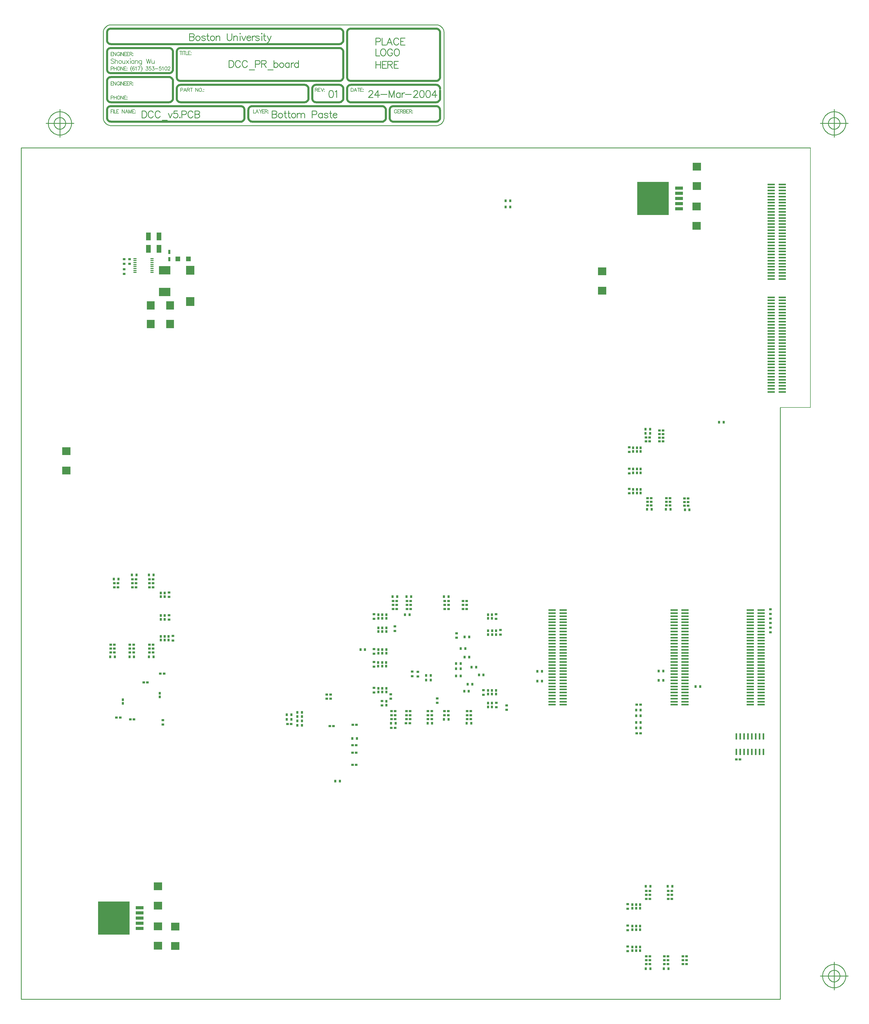
<source format=gbp>
%FSLAX24Y24*%
%MOIN*%
G70*
G01*
G75*
%ADD10R,0.0787X0.0709*%
%ADD11R,0.1063X0.0236*%
%ADD12C,0.0220*%
%ADD13C,0.0220*%
%ADD14R,0.0315X0.0354*%
%ADD15C,0.0157*%
%ADD16R,0.0118X0.0591*%
%ADD17C,0.0177*%
%ADD18R,0.0118X0.0591*%
%ADD19R,0.0591X0.0118*%
%ADD20C,0.0230*%
%ADD21R,0.0591X0.0118*%
%ADD22R,0.1063X0.0236*%
%ADD23R,0.0787X0.0157*%
%ADD24R,0.0157X0.0787*%
%ADD25R,0.0354X0.0315*%
%ADD26R,0.0366X0.0291*%
%ADD27R,0.0291X0.0366*%
%ADD28R,0.0701X0.0165*%
%ADD29R,0.0701X0.0165*%
%ADD30R,0.0413X0.0177*%
%ADD31R,0.0315X0.0354*%
%ADD32C,0.0100*%
%ADD33C,0.0060*%
%ADD34C,0.0220*%
%ADD35C,0.0500*%
%ADD36C,0.0120*%
%ADD37C,0.0080*%
%ADD38C,0.0200*%
%ADD39C,0.0250*%
%ADD40C,0.0090*%
%ADD41C,0.0050*%
%ADD42C,0.0500*%
%ADD43C,0.0270*%
%ADD44C,0.0720*%
%ADD45C,0.0200*%
%ADD46C,0.2165*%
%ADD47C,0.2165*%
%ADD48C,0.0750*%
%ADD49C,0.0591*%
%ADD50C,0.0250*%
%ADD51C,0.0240*%
%ADD52C,0.0256*%
%ADD53R,0.1000X0.0420*%
%ADD54R,0.4100X0.4250*%
%ADD55R,0.0945X0.0236*%
%ADD56R,0.1063X0.1004*%
%ADD57R,0.0240X0.0800*%
%ADD58R,0.0600X0.1000*%
%ADD59R,0.0600X0.0600*%
%ADD60R,0.1004X0.1063*%
%ADD61R,0.0256X0.0531*%
%ADD62R,0.1500X0.1100*%
%ADD63R,0.1100X0.1150*%
%ADD64C,0.0400*%
%ADD65C,0.0150*%
%ADD66R,1.2992X2.7953*%
%ADD67R,0.5276X0.2087*%
%ADD68R,0.3110X0.1890*%
%ADD69R,0.0700X0.4200*%
%ADD70R,0.1200X0.0420*%
%ADD71R,0.1000X0.0500*%
%ADD72R,1.6600X1.3550*%
%ADD73R,0.1500X0.1950*%
%ADD74R,0.0950X0.0400*%
%ADD75R,0.0600X0.1250*%
%ADD76R,0.2250X0.1100*%
%ADD77R,0.3850X0.4850*%
%ADD78R,0.0500X0.1100*%
%ADD79R,0.3600X0.4000*%
%ADD80R,1.2450X0.8500*%
%ADD81R,0.1400X0.2750*%
%ADD82R,0.3110X0.1890*%
%ADD83R,0.3071X0.2047*%
%ADD84R,1.5551X1.5472*%
%ADD85R,0.1050X0.1000*%
%ADD86R,0.1000X0.1000*%
%ADD87R,1.7100X1.7400*%
%ADD88C,0.0079*%
D14*
X102504Y56623D02*
D03*
X103095D02*
D03*
X125755Y49923D02*
D03*
X126346D02*
D03*
X113595Y55973D02*
D03*
X113004D02*
D03*
X113595Y57223D02*
D03*
X113004D02*
D03*
X106045Y56773D02*
D03*
X105454D02*
D03*
X103095Y57573D02*
D03*
X102504D02*
D03*
X105095Y57773D02*
D03*
X104504D02*
D03*
X103095Y58223D02*
D03*
X102504D02*
D03*
X104195Y59073D02*
D03*
X103604D02*
D03*
X103695Y60173D02*
D03*
X103104D02*
D03*
X104145Y54673D02*
D03*
X103554D02*
D03*
X104595Y55573D02*
D03*
X104004D02*
D03*
X126346Y52223D02*
D03*
X125755D02*
D03*
X58431Y59096D02*
D03*
X57841D02*
D03*
X63431Y69647D02*
D03*
X62841D02*
D03*
X130203Y78112D02*
D03*
X129612D02*
D03*
X129848Y29490D02*
D03*
X130439D02*
D03*
X90745Y60023D02*
D03*
X90154D02*
D03*
X101542Y66852D02*
D03*
X100951D02*
D03*
X96108D02*
D03*
X96699D02*
D03*
X60321Y59096D02*
D03*
X60912D02*
D03*
X60636Y69647D02*
D03*
X61227D02*
D03*
X103864Y50514D02*
D03*
X104455D02*
D03*
X132644Y78073D02*
D03*
X132053D02*
D03*
X129337Y18860D02*
D03*
X129927D02*
D03*
X94297Y66852D02*
D03*
X94888D02*
D03*
X126975Y87915D02*
D03*
X127565D02*
D03*
X62841Y59096D02*
D03*
X63431D02*
D03*
X99416Y50514D02*
D03*
X98825D02*
D03*
X58904Y69136D02*
D03*
X58313D02*
D03*
X94101Y50514D02*
D03*
X94691D02*
D03*
X101542Y51025D02*
D03*
X100951D02*
D03*
X103604Y61673D02*
D03*
X104195D02*
D03*
X129258Y56065D02*
D03*
X128667D02*
D03*
X82605Y50829D02*
D03*
X82014D02*
D03*
X82014Y50277D02*
D03*
X82605D02*
D03*
X98628Y56104D02*
D03*
X99219D02*
D03*
X80636Y51025D02*
D03*
X81227D02*
D03*
X82605Y51931D02*
D03*
X82014D02*
D03*
X82014Y51380D02*
D03*
X82605D02*
D03*
X89691Y48545D02*
D03*
X89101D02*
D03*
X99219Y56695D02*
D03*
X98628D02*
D03*
X87486Y43073D02*
D03*
X86896D02*
D03*
X81227Y51616D02*
D03*
X80636D02*
D03*
X127171Y78112D02*
D03*
X127762D02*
D03*
X126347Y51498D02*
D03*
X125756D02*
D03*
X126347Y50614D02*
D03*
X125756D02*
D03*
X137053Y89372D02*
D03*
X136463D02*
D03*
X126975Y88466D02*
D03*
X127565D02*
D03*
X134022Y55277D02*
D03*
X133431D02*
D03*
X96495Y64523D02*
D03*
X95904D02*
D03*
X127604Y29490D02*
D03*
X127014D02*
D03*
X127014Y18860D02*
D03*
X127604D02*
D03*
X129258Y57246D02*
D03*
X128667D02*
D03*
X108904Y117128D02*
D03*
X109494D02*
D03*
X108904Y117915D02*
D03*
X109494D02*
D03*
D25*
X106025Y54793D02*
D03*
Y54202D02*
D03*
X109025Y52253D02*
D03*
Y52844D02*
D03*
X100075Y53744D02*
D03*
X124671Y21124D02*
D03*
Y21714D02*
D03*
X124868Y80179D02*
D03*
Y80769D02*
D03*
X65428Y66817D02*
D03*
Y67408D02*
D03*
X108225Y61968D02*
D03*
Y62559D02*
D03*
X124671Y27187D02*
D03*
Y26596D02*
D03*
X91916Y55100D02*
D03*
Y54510D02*
D03*
X64625Y50943D02*
D03*
Y50352D02*
D03*
X107703Y52581D02*
D03*
Y53171D02*
D03*
X65931Y61793D02*
D03*
Y61203D02*
D03*
X91916Y64588D02*
D03*
Y63998D02*
D03*
X92939Y53407D02*
D03*
Y52817D02*
D03*
X107664Y64588D02*
D03*
Y63998D02*
D03*
X91916Y59510D02*
D03*
Y60100D02*
D03*
X124868Y86124D02*
D03*
Y85533D02*
D03*
Y83368D02*
D03*
Y82777D02*
D03*
X65419Y63880D02*
D03*
Y64470D02*
D03*
X91900Y58417D02*
D03*
Y57827D02*
D03*
X102575Y62144D02*
D03*
Y61553D02*
D03*
X100075Y53153D02*
D03*
X143097Y64037D02*
D03*
Y63447D02*
D03*
X94081Y54273D02*
D03*
Y53683D02*
D03*
X97585Y56577D02*
D03*
Y57167D02*
D03*
X96831Y56602D02*
D03*
Y57192D02*
D03*
X143097Y62856D02*
D03*
Y62266D02*
D03*
Y65218D02*
D03*
Y64628D02*
D03*
X94593Y63013D02*
D03*
Y62423D02*
D03*
X124671Y23840D02*
D03*
Y24431D02*
D03*
X60325Y110394D02*
D03*
Y109803D02*
D03*
X59625Y110394D02*
D03*
Y109803D02*
D03*
Y109094D02*
D03*
Y108503D02*
D03*
D26*
X126325Y52923D02*
D03*
X125849D02*
D03*
X126325Y49223D02*
D03*
X125849D02*
D03*
X101486Y52088D02*
D03*
X101010D02*
D03*
X64317Y56928D02*
D03*
X64794D02*
D03*
X62896Y60159D02*
D03*
X63372D02*
D03*
X62896Y69096D02*
D03*
X63372D02*
D03*
X60380Y60671D02*
D03*
X60856D02*
D03*
X101486Y51577D02*
D03*
X101010D02*
D03*
X61171Y68073D02*
D03*
X60695D02*
D03*
X128762Y86892D02*
D03*
X129238D02*
D03*
X59125Y51273D02*
D03*
X58649D02*
D03*
X96168Y65277D02*
D03*
X96644D02*
D03*
X98884Y52088D02*
D03*
X99360D02*
D03*
X127227Y79569D02*
D03*
X127703D02*
D03*
X63372Y59647D02*
D03*
X62896D02*
D03*
X129668Y78624D02*
D03*
X130144D02*
D03*
X60916Y51025D02*
D03*
X60439D02*
D03*
X127506Y87403D02*
D03*
X127030D02*
D03*
X129908Y28899D02*
D03*
X130384D02*
D03*
X94353Y65277D02*
D03*
X94829D02*
D03*
X129908Y27876D02*
D03*
X130384D02*
D03*
X101526Y65789D02*
D03*
X101049D02*
D03*
X129908Y28388D02*
D03*
X130384D02*
D03*
X60695Y68584D02*
D03*
X61171D02*
D03*
X60380Y60159D02*
D03*
X60856D02*
D03*
X57896Y59647D02*
D03*
X58372D02*
D03*
X63372Y68584D02*
D03*
X62896D02*
D03*
X58849Y68073D02*
D03*
X58372D02*
D03*
X127703Y78624D02*
D03*
X127227D02*
D03*
X103923Y51065D02*
D03*
X104400D02*
D03*
X96644Y66301D02*
D03*
X96168D02*
D03*
X103862Y66297D02*
D03*
X103386D02*
D03*
X58372Y60159D02*
D03*
X57896D02*
D03*
X58849Y68584D02*
D03*
X58372D02*
D03*
X132467Y78584D02*
D03*
X131990D02*
D03*
X128762Y88309D02*
D03*
X129238D02*
D03*
X57896Y60671D02*
D03*
X58372D02*
D03*
X127703Y79096D02*
D03*
X127227D02*
D03*
X131990Y79529D02*
D03*
X132467D02*
D03*
X63372Y68073D02*
D03*
X62896D02*
D03*
Y60671D02*
D03*
X63372D02*
D03*
X130144Y79569D02*
D03*
X129668D02*
D03*
Y79096D02*
D03*
X130144D02*
D03*
X127506Y86892D02*
D03*
X127030D02*
D03*
X139163Y45868D02*
D03*
X138687D02*
D03*
X129396Y20474D02*
D03*
X129872D02*
D03*
X101049Y66301D02*
D03*
X101526D02*
D03*
X94353D02*
D03*
X94829D02*
D03*
X89128Y45177D02*
D03*
X89604D02*
D03*
X127073Y28388D02*
D03*
X127549D02*
D03*
X101049Y65277D02*
D03*
X101526D02*
D03*
X99360Y51065D02*
D03*
X98884D02*
D03*
X132467Y79057D02*
D03*
X131990D02*
D03*
X127069Y19451D02*
D03*
X127545D02*
D03*
X94632Y51577D02*
D03*
X94156D02*
D03*
X129872Y19451D02*
D03*
X129396D02*
D03*
X60856Y59647D02*
D03*
X60380D02*
D03*
X62170Y55788D02*
D03*
X62646D02*
D03*
X60695Y69096D02*
D03*
X61171D02*
D03*
X96644Y65789D02*
D03*
X96168D02*
D03*
X103923Y51577D02*
D03*
X104400D02*
D03*
X103386Y65273D02*
D03*
X103862D02*
D03*
Y65785D02*
D03*
X103386D02*
D03*
X96565Y51577D02*
D03*
X96089D02*
D03*
X103923Y52088D02*
D03*
X104400D02*
D03*
X128762Y87836D02*
D03*
X129238D02*
D03*
X99360Y51577D02*
D03*
X98884D02*
D03*
X96089Y52088D02*
D03*
X96565D02*
D03*
Y51065D02*
D03*
X96089D02*
D03*
X94829Y65789D02*
D03*
X94353D02*
D03*
X86286Y53703D02*
D03*
X85809D02*
D03*
X89597Y46734D02*
D03*
X89120D02*
D03*
X94632Y52088D02*
D03*
X94156D02*
D03*
Y51065D02*
D03*
X94632D02*
D03*
X132270Y19962D02*
D03*
X131793D02*
D03*
X127069Y20474D02*
D03*
X127545D02*
D03*
X132270D02*
D03*
X131793D02*
D03*
X127069Y19962D02*
D03*
X127545D02*
D03*
X89120Y47679D02*
D03*
X89597D02*
D03*
X89636Y50317D02*
D03*
X89160D02*
D03*
X85809Y54214D02*
D03*
X86286D02*
D03*
X127549Y27876D02*
D03*
X127073D02*
D03*
X129238Y87364D02*
D03*
X128762D02*
D03*
X131793Y19451D02*
D03*
X132270D02*
D03*
X127549Y28899D02*
D03*
X127073D02*
D03*
X129396Y19962D02*
D03*
X129872D02*
D03*
X81207Y50435D02*
D03*
X80731D02*
D03*
X86685Y50173D02*
D03*
X86209D02*
D03*
X96049Y50514D02*
D03*
X96526D02*
D03*
X94149Y49923D02*
D03*
X94625D02*
D03*
D27*
X92467Y60041D02*
D03*
Y59565D02*
D03*
X126325Y82836D02*
D03*
Y83313D02*
D03*
X125853D02*
D03*
Y82836D02*
D03*
X126285Y21179D02*
D03*
Y21655D02*
D03*
X125380Y82836D02*
D03*
Y83313D02*
D03*
X64868Y64411D02*
D03*
Y63935D02*
D03*
X125853Y85592D02*
D03*
Y86069D02*
D03*
Y80234D02*
D03*
Y80710D02*
D03*
X107152Y64057D02*
D03*
Y64533D02*
D03*
Y53112D02*
D03*
Y52636D02*
D03*
X93490Y64533D02*
D03*
Y64057D02*
D03*
X125380Y80710D02*
D03*
Y80234D02*
D03*
X93490Y53352D02*
D03*
Y52876D02*
D03*
X92979Y59565D02*
D03*
Y60041D02*
D03*
X92467Y62360D02*
D03*
Y62836D02*
D03*
X107664Y54769D02*
D03*
Y54293D02*
D03*
X107674Y62450D02*
D03*
Y61973D02*
D03*
X106640Y54769D02*
D03*
Y54293D02*
D03*
X64356Y63935D02*
D03*
Y64411D02*
D03*
X125774Y27128D02*
D03*
Y26651D02*
D03*
X125262D02*
D03*
Y27128D02*
D03*
X64356Y61262D02*
D03*
Y61738D02*
D03*
X59475Y53097D02*
D03*
Y53573D02*
D03*
X106640Y64057D02*
D03*
Y64533D02*
D03*
Y53112D02*
D03*
Y52636D02*
D03*
X93490Y59565D02*
D03*
Y60041D02*
D03*
X92979Y64057D02*
D03*
Y64533D02*
D03*
X126325Y80234D02*
D03*
Y80710D02*
D03*
X64356Y67325D02*
D03*
Y66848D02*
D03*
X64868Y61738D02*
D03*
Y61262D02*
D03*
X125262Y21179D02*
D03*
Y21655D02*
D03*
X126325Y85592D02*
D03*
Y86069D02*
D03*
X125774Y21179D02*
D03*
Y21655D02*
D03*
X92451Y58362D02*
D03*
Y57886D02*
D03*
X93490Y55041D02*
D03*
Y54565D02*
D03*
X92979Y62360D02*
D03*
Y62836D02*
D03*
X107152Y54293D02*
D03*
Y54769D02*
D03*
X93490Y62360D02*
D03*
Y62836D02*
D03*
X93475Y57886D02*
D03*
Y58362D02*
D03*
X92963Y57886D02*
D03*
Y58362D02*
D03*
X65380Y61738D02*
D03*
Y61262D02*
D03*
X64868Y67325D02*
D03*
Y66848D02*
D03*
X64225Y53923D02*
D03*
Y54399D02*
D03*
X125380Y85592D02*
D03*
Y86069D02*
D03*
X126285Y26651D02*
D03*
Y27128D02*
D03*
X107162Y62450D02*
D03*
Y61973D02*
D03*
X106650D02*
D03*
Y62450D02*
D03*
X92979Y55041D02*
D03*
Y54565D02*
D03*
X92467Y64533D02*
D03*
Y64057D02*
D03*
X125774Y23895D02*
D03*
Y24372D02*
D03*
X92467Y55041D02*
D03*
Y54565D02*
D03*
X126285Y23895D02*
D03*
Y24372D02*
D03*
X125262D02*
D03*
Y23895D02*
D03*
D30*
X61040Y108682D02*
D03*
Y108938D02*
D03*
Y109193D02*
D03*
Y109449D02*
D03*
Y109705D02*
D03*
Y109961D02*
D03*
Y110217D02*
D03*
Y110473D02*
D03*
X63225Y108682D02*
D03*
Y108938D02*
D03*
Y109193D02*
D03*
Y109449D02*
D03*
Y109705D02*
D03*
Y109961D02*
D03*
Y110217D02*
D03*
Y110473D02*
D03*
D32*
X52075Y127923D02*
X52068Y128023D01*
X52048Y128121D01*
X52015Y128216D01*
X51970Y128305D01*
X51914Y128388D01*
X51846Y128462D01*
X51770Y128527D01*
X51685Y128581D01*
X51595Y128623D01*
X51499Y128653D01*
X51400Y128669D01*
X51300Y128673D01*
X51200Y128663D01*
X51103Y128639D01*
X51009Y128603D01*
X50921Y128555D01*
X50841Y128496D01*
X50769Y128426D01*
X50707Y128347D01*
X50656Y128261D01*
X50616Y128169D01*
X50590Y128072D01*
X50577Y127973D01*
Y127873D01*
X50590Y127774D01*
X50616Y127677D01*
X50656Y127585D01*
X50707Y127499D01*
X50769Y127420D01*
X50841Y127350D01*
X50921Y127291D01*
X51009Y127243D01*
X51103Y127207D01*
X51200Y127183D01*
X51300Y127173D01*
X51400Y127177D01*
X51499Y127193D01*
X51595Y127223D01*
X51685Y127265D01*
X51770Y127319D01*
X51846Y127384D01*
X51914Y127458D01*
X51970Y127541D01*
X52015Y127630D01*
X52048Y127725D01*
X52068Y127823D01*
X52075Y127923D01*
X52825D02*
X52822Y128023D01*
X52812Y128123D01*
X52795Y128222D01*
X52772Y128319D01*
X52742Y128415D01*
X52706Y128509D01*
X52664Y128600D01*
X52616Y128687D01*
X52562Y128772D01*
X52502Y128853D01*
X52437Y128929D01*
X52368Y129001D01*
X52293Y129069D01*
X52215Y129131D01*
X52132Y129187D01*
X52046Y129238D01*
X51956Y129284D01*
X51864Y129323D01*
X51769Y129356D01*
X51673Y129382D01*
X51574Y129402D01*
X51475Y129416D01*
X51375Y129422D01*
X51275D01*
X51175Y129416D01*
X51076Y129402D01*
X50977Y129382D01*
X50881Y129356D01*
X50786Y129323D01*
X50694Y129284D01*
X50604Y129238D01*
X50518Y129187D01*
X50435Y129131D01*
X50357Y129069D01*
X50282Y129001D01*
X50213Y128929D01*
X50148Y128853D01*
X50088Y128772D01*
X50034Y128687D01*
X49986Y128600D01*
X49944Y128509D01*
X49908Y128415D01*
X49878Y128319D01*
X49855Y128222D01*
X49838Y128123D01*
X49828Y128023D01*
X49825Y127923D01*
X49828Y127823D01*
X49838Y127723D01*
X49855Y127624D01*
X49878Y127527D01*
X49908Y127431D01*
X49944Y127337D01*
X49986Y127247D01*
X50034Y127159D01*
X50088Y127074D01*
X50148Y126993D01*
X50213Y126917D01*
X50282Y126845D01*
X50357Y126778D01*
X50435Y126715D01*
X50518Y126659D01*
X50604Y126608D01*
X50694Y126562D01*
X50786Y126523D01*
X50881Y126490D01*
X50977Y126464D01*
X51076Y126444D01*
X51175Y126431D01*
X51275Y126424D01*
X51375D01*
X51475Y126431D01*
X51574Y126444D01*
X51673Y126464D01*
X51769Y126490D01*
X51864Y126523D01*
X51956Y126562D01*
X52046Y126608D01*
X52132Y126659D01*
X52215Y126715D01*
X52293Y126778D01*
X52368Y126845D01*
X52437Y126917D01*
X52502Y126993D01*
X52562Y127074D01*
X52616Y127159D01*
X52664Y127247D01*
X52706Y127337D01*
X52742Y127431D01*
X52772Y127527D01*
X52795Y127624D01*
X52812Y127723D01*
X52822Y127823D01*
X52825Y127923D01*
X152075Y127923D02*
X152068Y128023D01*
X152048Y128121D01*
X152015Y128216D01*
X151970Y128305D01*
X151914Y128388D01*
X151846Y128462D01*
X151770Y128527D01*
X151685Y128581D01*
X151595Y128623D01*
X151499Y128653D01*
X151400Y128669D01*
X151300Y128673D01*
X151200Y128663D01*
X151103Y128639D01*
X151009Y128603D01*
X150921Y128555D01*
X150841Y128496D01*
X150769Y128426D01*
X150707Y128347D01*
X150656Y128261D01*
X150617Y128169D01*
X150590Y128072D01*
X150577Y127973D01*
Y127873D01*
X150590Y127774D01*
X150617Y127677D01*
X150656Y127585D01*
X150707Y127499D01*
X150769Y127420D01*
X150841Y127350D01*
X150921Y127291D01*
X151009Y127243D01*
X151103Y127207D01*
X151200Y127183D01*
X151300Y127173D01*
X151400Y127177D01*
X151499Y127193D01*
X151595Y127223D01*
X151685Y127265D01*
X151770Y127319D01*
X151846Y127384D01*
X151914Y127458D01*
X151970Y127541D01*
X152015Y127630D01*
X152048Y127725D01*
X152068Y127823D01*
X152075Y127923D01*
X152825D02*
X152822Y128023D01*
X152812Y128123D01*
X152795Y128222D01*
X152772Y128319D01*
X152742Y128415D01*
X152706Y128509D01*
X152664Y128600D01*
X152616Y128687D01*
X152562Y128772D01*
X152502Y128853D01*
X152437Y128929D01*
X152368Y129001D01*
X152293Y129069D01*
X152215Y129131D01*
X152132Y129187D01*
X152046Y129238D01*
X151956Y129284D01*
X151864Y129323D01*
X151769Y129356D01*
X151673Y129382D01*
X151574Y129402D01*
X151475Y129416D01*
X151375Y129422D01*
X151275D01*
X151175Y129416D01*
X151076Y129402D01*
X150977Y129382D01*
X150881Y129356D01*
X150786Y129323D01*
X150694Y129284D01*
X150604Y129238D01*
X150518Y129187D01*
X150435Y129131D01*
X150357Y129069D01*
X150282Y129001D01*
X150213Y128929D01*
X150148Y128853D01*
X150088Y128772D01*
X150034Y128687D01*
X149986Y128600D01*
X149944Y128509D01*
X149908Y128415D01*
X149878Y128319D01*
X149855Y128222D01*
X149838Y128123D01*
X149828Y128023D01*
X149825Y127923D01*
X149828Y127823D01*
X149838Y127723D01*
X149855Y127624D01*
X149878Y127527D01*
X149908Y127431D01*
X149944Y127337D01*
X149986Y127247D01*
X150034Y127159D01*
X150088Y127074D01*
X150148Y126993D01*
X150213Y126917D01*
X150282Y126845D01*
X150357Y126778D01*
X150435Y126715D01*
X150518Y126659D01*
X150604Y126608D01*
X150694Y126562D01*
X150786Y126523D01*
X150881Y126490D01*
X150977Y126464D01*
X151076Y126444D01*
X151175Y126431D01*
X151275Y126424D01*
X151375D01*
X151475Y126431D01*
X151574Y126444D01*
X151673Y126464D01*
X151769Y126490D01*
X151864Y126523D01*
X151956Y126562D01*
X152046Y126608D01*
X152132Y126659D01*
X152215Y126715D01*
X152293Y126778D01*
X152368Y126845D01*
X152437Y126917D01*
X152502Y126993D01*
X152562Y127074D01*
X152616Y127159D01*
X152664Y127247D01*
X152706Y127337D01*
X152742Y127431D01*
X152772Y127527D01*
X152795Y127624D01*
X152812Y127723D01*
X152822Y127823D01*
X152825Y127923D01*
X152075Y17923D02*
X152068Y18023D01*
X152048Y18121D01*
X152015Y18216D01*
X151970Y18305D01*
X151914Y18388D01*
X151846Y18462D01*
X151770Y18527D01*
X151685Y18581D01*
X151595Y18623D01*
X151499Y18653D01*
X151400Y18669D01*
X151300Y18673D01*
X151200Y18663D01*
X151103Y18639D01*
X151009Y18603D01*
X150921Y18555D01*
X150841Y18496D01*
X150769Y18426D01*
X150707Y18347D01*
X150656Y18261D01*
X150617Y18169D01*
X150590Y18072D01*
X150577Y17973D01*
Y17873D01*
X150590Y17774D01*
X150617Y17677D01*
X150656Y17585D01*
X150707Y17499D01*
X150769Y17420D01*
X150841Y17350D01*
X150921Y17291D01*
X151009Y17243D01*
X151103Y17207D01*
X151200Y17183D01*
X151300Y17173D01*
X151400Y17177D01*
X151499Y17193D01*
X151595Y17223D01*
X151685Y17265D01*
X151770Y17319D01*
X151846Y17384D01*
X151914Y17458D01*
X151970Y17541D01*
X152015Y17630D01*
X152048Y17725D01*
X152068Y17823D01*
X152075Y17923D01*
X152825D02*
X152822Y18023D01*
X152812Y18123D01*
X152795Y18222D01*
X152772Y18319D01*
X152742Y18415D01*
X152706Y18509D01*
X152664Y18600D01*
X152616Y18687D01*
X152562Y18772D01*
X152502Y18853D01*
X152437Y18929D01*
X152368Y19001D01*
X152293Y19069D01*
X152215Y19131D01*
X152132Y19187D01*
X152046Y19238D01*
X151956Y19284D01*
X151864Y19323D01*
X151769Y19356D01*
X151673Y19382D01*
X151574Y19402D01*
X151475Y19416D01*
X151375Y19422D01*
X151275D01*
X151175Y19416D01*
X151076Y19402D01*
X150977Y19382D01*
X150881Y19356D01*
X150786Y19323D01*
X150694Y19284D01*
X150604Y19238D01*
X150518Y19187D01*
X150435Y19131D01*
X150357Y19069D01*
X150282Y19001D01*
X150213Y18929D01*
X150148Y18853D01*
X150088Y18772D01*
X150034Y18687D01*
X149986Y18600D01*
X149944Y18509D01*
X149908Y18415D01*
X149878Y18319D01*
X149855Y18222D01*
X149838Y18123D01*
X149828Y18023D01*
X149825Y17923D01*
X149828Y17823D01*
X149838Y17723D01*
X149855Y17624D01*
X149878Y17527D01*
X149908Y17431D01*
X149944Y17337D01*
X149986Y17247D01*
X150034Y17159D01*
X150088Y17074D01*
X150148Y16993D01*
X150213Y16917D01*
X150282Y16845D01*
X150357Y16778D01*
X150435Y16715D01*
X150518Y16659D01*
X150604Y16608D01*
X150694Y16562D01*
X150786Y16523D01*
X150881Y16490D01*
X150977Y16464D01*
X151076Y16444D01*
X151175Y16431D01*
X151275Y16424D01*
X151375D01*
X151475Y16431D01*
X151574Y16444D01*
X151673Y16464D01*
X151769Y16490D01*
X151864Y16523D01*
X151956Y16562D01*
X152046Y16608D01*
X152132Y16659D01*
X152215Y16715D01*
X152293Y16778D01*
X152368Y16845D01*
X152437Y16917D01*
X152502Y16993D01*
X152562Y17074D01*
X152616Y17159D01*
X152664Y17247D01*
X152706Y17337D01*
X152742Y17431D01*
X152772Y17527D01*
X152795Y17624D01*
X152812Y17723D01*
X152822Y17823D01*
X152825Y17923D01*
X51325Y126123D02*
Y129723D01*
X49525Y127923D02*
X53125D01*
X151325Y126123D02*
Y129723D01*
X149525Y127923D02*
X153125D01*
X151325Y16123D02*
Y19723D01*
X149525Y17923D02*
X153125D01*
X46325Y14923D02*
Y124766D01*
X148254D01*
X46325Y14923D02*
X144356D01*
Y91262D01*
X57929Y140636D02*
X57831Y140631D01*
X57734Y140616D01*
X57639Y140593D01*
X57547Y140560D01*
X57458Y140518D01*
X57374Y140467D01*
X57295Y140409D01*
X57222Y140343D01*
X57156Y140270D01*
X57098Y140191D01*
X57047Y140107D01*
X57005Y140018D01*
X56972Y139926D01*
X56949Y139831D01*
X56934Y139734D01*
X56929Y139636D01*
X100929D02*
X100925Y139734D01*
X100910Y139831D01*
X100886Y139926D01*
X100853Y140018D01*
X100811Y140107D01*
X100761Y140191D01*
X100702Y140270D01*
X100636Y140343D01*
X100564Y140409D01*
X100485Y140467D01*
X100401Y140518D01*
X100312Y140560D01*
X100220Y140593D01*
X100124Y140616D01*
X100027Y140631D01*
X99929Y140636D01*
Y127636D02*
X100027Y127640D01*
X100124Y127655D01*
X100220Y127679D01*
X100312Y127712D01*
X100401Y127754D01*
X100485Y127804D01*
X100564Y127863D01*
X100636Y127929D01*
X100702Y128001D01*
X100761Y128080D01*
X100811Y128164D01*
X100853Y128253D01*
X100886Y128345D01*
X100910Y128441D01*
X100925Y128538D01*
X100929Y128636D01*
X56929Y128646D02*
X56934Y128548D01*
X56948Y128451D01*
X56972Y128356D01*
X57005Y128263D01*
X57046Y128174D01*
X57096Y128090D01*
X57154Y128011D01*
X57219Y127938D01*
X57291Y127871D01*
X57369Y127812D01*
X57453Y127761D01*
X57541Y127718D01*
X57632Y127683D01*
X57727Y127658D01*
X57824Y127642D01*
X57922Y127636D01*
X56929Y128636D02*
Y139636D01*
X100929Y128636D02*
Y139636D01*
X57929Y140636D02*
X99929D01*
X57929Y127636D02*
X99929D01*
D37*
X144356Y91262D02*
X148254D01*
Y124766D01*
X58329Y136150D02*
X58272Y136207D01*
X58186Y136236D01*
X58072D01*
X57986Y136207D01*
X57929Y136150D01*
Y136093D01*
X57958Y136036D01*
X57986Y136007D01*
X58044Y135978D01*
X58215Y135921D01*
X58272Y135893D01*
X58301Y135864D01*
X58329Y135807D01*
Y135721D01*
X58272Y135664D01*
X58186Y135636D01*
X58072D01*
X57986Y135664D01*
X57929Y135721D01*
X58464Y136236D02*
Y135636D01*
Y135921D02*
X58549Y136007D01*
X58606Y136036D01*
X58692D01*
X58749Y136007D01*
X58778Y135921D01*
Y135636D01*
X59078Y136036D02*
X59021Y136007D01*
X58963Y135950D01*
X58935Y135864D01*
Y135807D01*
X58963Y135721D01*
X59021Y135664D01*
X59078Y135636D01*
X59163D01*
X59220Y135664D01*
X59278Y135721D01*
X59306Y135807D01*
Y135864D01*
X59278Y135950D01*
X59220Y136007D01*
X59163Y136036D01*
X59078D01*
X59438D02*
Y135750D01*
X59466Y135664D01*
X59523Y135636D01*
X59609D01*
X59666Y135664D01*
X59752Y135750D01*
Y136036D02*
Y135636D01*
X59909Y136036D02*
X60223Y135636D01*
Y136036D02*
X59909Y135636D01*
X60406Y136236D02*
X60435Y136207D01*
X60463Y136236D01*
X60435Y136264D01*
X60406Y136236D01*
X60435Y136036D02*
Y135636D01*
X60912Y136036D02*
Y135636D01*
Y135950D02*
X60854Y136007D01*
X60797Y136036D01*
X60712D01*
X60654Y136007D01*
X60597Y135950D01*
X60569Y135864D01*
Y135807D01*
X60597Y135721D01*
X60654Y135664D01*
X60712Y135636D01*
X60797D01*
X60854Y135664D01*
X60912Y135721D01*
X61072Y136036D02*
Y135636D01*
Y135921D02*
X61157Y136007D01*
X61214Y136036D01*
X61300D01*
X61357Y136007D01*
X61386Y135921D01*
Y135636D01*
X61886Y136036D02*
Y135578D01*
X61857Y135493D01*
X61828Y135464D01*
X61771Y135436D01*
X61686D01*
X61629Y135464D01*
X61886Y135950D02*
X61828Y136007D01*
X61771Y136036D01*
X61686D01*
X61629Y136007D01*
X61571Y135950D01*
X61543Y135864D01*
Y135807D01*
X61571Y135721D01*
X61629Y135664D01*
X61686Y135636D01*
X61771D01*
X61828Y135664D01*
X61886Y135721D01*
X62517Y136236D02*
X62660Y135636D01*
X62803Y136236D02*
X62660Y135636D01*
X62803Y136236D02*
X62945Y135636D01*
X63088Y136236D02*
X62945Y135636D01*
X63208Y136036D02*
Y135750D01*
X63237Y135664D01*
X63294Y135636D01*
X63380D01*
X63437Y135664D01*
X63522Y135750D01*
Y136036D02*
Y135636D01*
D39*
X57929Y140136D02*
X57832Y140126D01*
X57738Y140098D01*
X57652Y140051D01*
X57576Y139989D01*
X57514Y139913D01*
X57467Y139827D01*
X57439Y139733D01*
X57429Y139636D01*
Y138636D02*
X57439Y138538D01*
X57467Y138444D01*
X57514Y138358D01*
X57576Y138282D01*
X57652Y138220D01*
X57738Y138174D01*
X57832Y138145D01*
X57929Y138136D01*
X75179Y129636D02*
X75170Y129733D01*
X75141Y129827D01*
X75095Y129913D01*
X75033Y129989D01*
X74957Y130051D01*
X74871Y130098D01*
X74777Y130126D01*
X74679Y130136D01*
X74691Y128136D02*
X74788Y128144D01*
X74881Y128171D01*
X74967Y128217D01*
X75042Y128279D01*
X75103Y128355D01*
X75147Y128442D01*
X75173Y128535D01*
X75179Y128632D01*
X76179Y130136D02*
X76082Y130126D01*
X75988Y130098D01*
X75902Y130051D01*
X75826Y129989D01*
X75764Y129913D01*
X75717Y129827D01*
X75689Y129733D01*
X75679Y129636D01*
Y128636D02*
X75689Y128539D01*
X75717Y128446D01*
X75762Y128361D01*
X75823Y128285D01*
X75897Y128223D01*
X75982Y128176D01*
X76074Y128147D01*
X76171Y128136D01*
X93429Y129636D02*
X93420Y129733D01*
X93391Y129827D01*
X93345Y129913D01*
X93283Y129989D01*
X93207Y130051D01*
X93121Y130098D01*
X93027Y130126D01*
X92929Y130136D01*
X92941Y128136D02*
X93038Y128144D01*
X93131Y128171D01*
X93217Y128217D01*
X93292Y128279D01*
X93353Y128355D01*
X93397Y128442D01*
X93423Y128535D01*
X93429Y128632D01*
X93929Y128626D02*
X93939Y128529D01*
X93967Y128436D01*
X94014Y128351D01*
X94076Y128276D01*
X94152Y128215D01*
X94238Y128171D01*
X94331Y128144D01*
X94428Y128136D01*
X94429Y130136D02*
X94332Y130126D01*
X94238Y130098D01*
X94152Y130051D01*
X94076Y129989D01*
X94014Y129913D01*
X93967Y129827D01*
X93939Y129733D01*
X93929Y129636D01*
X65929Y137146D02*
X65920Y137241D01*
X65892Y137333D01*
X65847Y137418D01*
X65786Y137492D01*
X65712Y137553D01*
X65627Y137598D01*
X65535Y137626D01*
X65439Y137636D01*
X65449Y134386D02*
X65543Y134395D01*
X65633Y134422D01*
X65716Y134467D01*
X65789Y134526D01*
X65848Y134599D01*
X65893Y134682D01*
X65920Y134772D01*
X65929Y134866D01*
Y133396D02*
X65919Y133493D01*
X65890Y133587D01*
X65843Y133673D01*
X65780Y133748D01*
X65703Y133809D01*
X65615Y133853D01*
X65520Y133879D01*
X65422Y133885D01*
X66429Y133876D02*
X66439Y133780D01*
X66467Y133688D01*
X66512Y133603D01*
X66573Y133529D01*
X66647Y133468D01*
X66732Y133423D01*
X66824Y133395D01*
X66919Y133386D01*
X66429Y131126D02*
X66439Y131030D01*
X66467Y130938D01*
X66512Y130853D01*
X66573Y130779D01*
X66647Y130718D01*
X66732Y130673D01*
X66824Y130645D01*
X66919Y130636D01*
X65439D02*
X65535Y130645D01*
X65627Y130673D01*
X65712Y130718D01*
X65786Y130779D01*
X65847Y130853D01*
X65892Y130938D01*
X65920Y131030D01*
X65929Y131126D01*
X83429Y132396D02*
X83420Y132491D01*
X83392Y132583D01*
X83347Y132668D01*
X83286Y132742D01*
X83212Y132803D01*
X83127Y132848D01*
X83035Y132876D01*
X82939Y132886D01*
Y130636D02*
X83036Y130645D01*
X83129Y130674D01*
X83214Y130720D01*
X83289Y130782D01*
X83350Y130858D01*
X83394Y130944D01*
X83421Y131037D01*
X83429Y131134D01*
X83929Y131146D02*
X83939Y131047D01*
X83967Y130953D01*
X84013Y130865D01*
X84076Y130788D01*
X84151Y130725D01*
X84238Y130677D01*
X84332Y130647D01*
X84430Y130636D01*
X84409Y132886D02*
X84313Y132876D01*
X84220Y132847D01*
X84135Y132799D01*
X84061Y132736D01*
X84002Y132659D01*
X83959Y132572D01*
X83935Y132478D01*
X83930Y132381D01*
X66929Y132886D02*
X66832Y132876D01*
X66738Y132848D01*
X66652Y132801D01*
X66576Y132739D01*
X66514Y132663D01*
X66467Y132577D01*
X66439Y132483D01*
X66429Y132386D01*
X66929Y137636D02*
X66832Y137626D01*
X66738Y137598D01*
X66652Y137551D01*
X66576Y137489D01*
X66514Y137413D01*
X66467Y137327D01*
X66439Y137233D01*
X66429Y137136D01*
X57429Y131136D02*
X57439Y131039D01*
X57467Y130946D01*
X57512Y130861D01*
X57573Y130785D01*
X57647Y130723D01*
X57732Y130676D01*
X57824Y130647D01*
X57921Y130636D01*
X57929Y133886D02*
X57832Y133876D01*
X57738Y133848D01*
X57652Y133801D01*
X57576Y133739D01*
X57514Y133663D01*
X57467Y133577D01*
X57439Y133483D01*
X57429Y133386D01*
Y134886D02*
X57439Y134788D01*
X57467Y134694D01*
X57514Y134608D01*
X57576Y134532D01*
X57652Y134470D01*
X57738Y134424D01*
X57832Y134395D01*
X57929Y134386D01*
Y137636D02*
X57832Y137626D01*
X57738Y137598D01*
X57652Y137551D01*
X57576Y137489D01*
X57514Y137413D01*
X57467Y137327D01*
X57439Y137233D01*
X57429Y137136D01*
X87929Y139636D02*
X87920Y139733D01*
X87891Y139827D01*
X87845Y139913D01*
X87783Y139989D01*
X87707Y140051D01*
X87621Y140098D01*
X87527Y140126D01*
X87429Y140136D01*
X88929D02*
X88832Y140126D01*
X88738Y140098D01*
X88652Y140051D01*
X88576Y139989D01*
X88514Y139913D01*
X88467Y139827D01*
X88439Y139733D01*
X88429Y139636D01*
X87429Y138136D02*
X87527Y138145D01*
X87621Y138174D01*
X87707Y138220D01*
X87783Y138282D01*
X87845Y138358D01*
X87891Y138444D01*
X87920Y138538D01*
X87929Y138636D01*
Y137136D02*
X87920Y137233D01*
X87891Y137327D01*
X87845Y137413D01*
X87783Y137489D01*
X87707Y137551D01*
X87621Y137598D01*
X87527Y137626D01*
X87429Y137636D01*
X57929Y130136D02*
X57832Y130126D01*
X57738Y130098D01*
X57652Y130051D01*
X57576Y129989D01*
X57514Y129913D01*
X57467Y129827D01*
X57439Y129733D01*
X57429Y129636D01*
X87438Y133386D02*
X87534Y133397D01*
X87627Y133426D01*
X87712Y133473D01*
X87786Y133535D01*
X87847Y133611D01*
X87892Y133696D01*
X87920Y133789D01*
X87929Y133886D01*
X57429Y128636D02*
X57439Y128539D01*
X57467Y128446D01*
X57512Y128361D01*
X57573Y128285D01*
X57647Y128223D01*
X57732Y128176D01*
X57824Y128147D01*
X57921Y128136D01*
X87929Y132396D02*
X87920Y132491D01*
X87892Y132583D01*
X87847Y132668D01*
X87786Y132742D01*
X87712Y132803D01*
X87627Y132848D01*
X87535Y132876D01*
X87439Y132886D01*
X88429Y131126D02*
X88439Y131029D01*
X88467Y130936D01*
X88514Y130851D01*
X88576Y130776D01*
X88652Y130715D01*
X88738Y130671D01*
X88831Y130644D01*
X88928Y130636D01*
X87429Y130636D02*
X87527Y130645D01*
X87621Y130674D01*
X87707Y130720D01*
X87783Y130782D01*
X87845Y130858D01*
X87891Y130944D01*
X87920Y131038D01*
X87929Y131136D01*
X99929Y128136D02*
X100027Y128145D01*
X100121Y128174D01*
X100207Y128220D01*
X100283Y128282D01*
X100345Y128358D01*
X100391Y128444D01*
X100420Y128538D01*
X100429Y128636D01*
X100429Y129644D02*
X100418Y129741D01*
X100389Y129833D01*
X100342Y129918D01*
X100280Y129992D01*
X100204Y130053D01*
X100119Y130098D01*
X100026Y130126D01*
X99929Y130136D01*
Y130636D02*
X100027Y130645D01*
X100121Y130674D01*
X100207Y130720D01*
X100283Y130782D01*
X100345Y130858D01*
X100391Y130944D01*
X100420Y131038D01*
X100429Y131136D01*
Y139646D02*
X100419Y139743D01*
X100390Y139837D01*
X100343Y139923D01*
X100280Y139998D01*
X100203Y140059D01*
X100115Y140103D01*
X100020Y140129D01*
X99922Y140135D01*
X88429Y133886D02*
X88439Y133788D01*
X88467Y133694D01*
X88514Y133608D01*
X88576Y133532D01*
X88652Y133470D01*
X88738Y133424D01*
X88832Y133395D01*
X88929Y133386D01*
X99929D02*
X100027Y133395D01*
X100121Y133424D01*
X100207Y133470D01*
X100283Y133532D01*
X100345Y133608D01*
X100391Y133694D01*
X100420Y133788D01*
X100429Y133886D01*
X88929Y132886D02*
X88832Y132876D01*
X88738Y132848D01*
X88652Y132801D01*
X88576Y132739D01*
X88514Y132663D01*
X88467Y132577D01*
X88439Y132483D01*
X88429Y132386D01*
X100429Y132396D02*
X100420Y132491D01*
X100392Y132583D01*
X100347Y132668D01*
X100286Y132742D01*
X100212Y132803D01*
X100127Y132848D01*
X100035Y132876D01*
X99939Y132886D01*
X57429Y138636D02*
Y139636D01*
X88429Y131136D02*
Y132386D01*
X100429Y133886D02*
Y139636D01*
X88429Y133886D02*
Y139636D01*
X57429Y128636D02*
Y129636D01*
X100429Y131136D02*
Y132136D01*
Y128636D02*
Y129636D01*
X87929Y131136D02*
Y132386D01*
X83929Y131136D02*
Y132386D01*
X66429Y131136D02*
Y132386D01*
X83429Y131136D02*
Y132386D01*
X66429Y133886D02*
Y137136D01*
X87929Y133886D02*
Y137136D01*
Y138636D02*
Y139636D01*
X65929Y134886D02*
Y137136D01*
X57429Y134886D02*
Y137136D01*
X65929Y131136D02*
Y133386D01*
X57429Y131136D02*
Y133386D01*
X93929Y128636D02*
Y129636D01*
X93429Y128636D02*
Y129636D01*
X75679Y128636D02*
Y129636D01*
X75179Y128636D02*
Y129636D01*
X88929Y132886D02*
X99929D01*
X88929Y133386D02*
X99929D01*
X66929D02*
X87429D01*
X88929Y140136D02*
X99929D01*
X88929Y130636D02*
X99929D01*
X84429Y132886D02*
X87429D01*
X84429Y130636D02*
X87429D01*
X66929D02*
X82929D01*
X66929Y132886D02*
X82929D01*
X66929Y137636D02*
X87429D01*
X57929Y138136D02*
X87429D01*
X57929Y137636D02*
X65429D01*
X57929Y134386D02*
X65429D01*
X57929Y133886D02*
X65429D01*
X57929Y130636D02*
X65429D01*
X57929Y140136D02*
X87429D01*
X94429Y130136D02*
X99929D01*
X94429Y128136D02*
X99929D01*
X76179Y130136D02*
X92929D01*
X57929D02*
X74679D01*
X57929Y128136D02*
X74679D01*
X76179D02*
X92929D01*
D40*
X73179Y136035D02*
Y135136D01*
Y136035D02*
X73479D01*
X73608Y135993D01*
X73694Y135907D01*
X73736Y135821D01*
X73779Y135693D01*
Y135478D01*
X73736Y135350D01*
X73694Y135264D01*
X73608Y135178D01*
X73479Y135136D01*
X73179D01*
X74623Y135821D02*
X74580Y135907D01*
X74495Y135993D01*
X74409Y136035D01*
X74238D01*
X74152Y135993D01*
X74066Y135907D01*
X74023Y135821D01*
X73981Y135693D01*
Y135478D01*
X74023Y135350D01*
X74066Y135264D01*
X74152Y135178D01*
X74238Y135136D01*
X74409D01*
X74495Y135178D01*
X74580Y135264D01*
X74623Y135350D01*
X75519Y135821D02*
X75476Y135907D01*
X75390Y135993D01*
X75305Y136035D01*
X75133D01*
X75047Y135993D01*
X74962Y135907D01*
X74919Y135821D01*
X74876Y135693D01*
Y135478D01*
X74919Y135350D01*
X74962Y135264D01*
X75047Y135178D01*
X75133Y135136D01*
X75305D01*
X75390Y135178D01*
X75476Y135264D01*
X75519Y135350D01*
X75772Y134836D02*
X76457D01*
X76573Y135564D02*
X76959D01*
X77087Y135607D01*
X77130Y135650D01*
X77173Y135736D01*
Y135864D01*
X77130Y135950D01*
X77087Y135993D01*
X76959Y136035D01*
X76573D01*
Y135136D01*
X77374Y136035D02*
Y135136D01*
Y136035D02*
X77760D01*
X77888Y135993D01*
X77931Y135950D01*
X77974Y135864D01*
Y135778D01*
X77931Y135693D01*
X77888Y135650D01*
X77760Y135607D01*
X77374D01*
X77674D02*
X77974Y135136D01*
X78175Y134836D02*
X78861D01*
X78977Y136035D02*
Y135136D01*
Y135607D02*
X79062Y135693D01*
X79148Y135736D01*
X79277D01*
X79362Y135693D01*
X79448Y135607D01*
X79491Y135478D01*
Y135393D01*
X79448Y135264D01*
X79362Y135178D01*
X79277Y135136D01*
X79148D01*
X79062Y135178D01*
X78977Y135264D01*
X79898Y135736D02*
X79812Y135693D01*
X79727Y135607D01*
X79684Y135478D01*
Y135393D01*
X79727Y135264D01*
X79812Y135178D01*
X79898Y135136D01*
X80026D01*
X80112Y135178D01*
X80198Y135264D01*
X80241Y135393D01*
Y135478D01*
X80198Y135607D01*
X80112Y135693D01*
X80026Y135736D01*
X79898D01*
X80952D02*
Y135136D01*
Y135607D02*
X80866Y135693D01*
X80781Y135736D01*
X80652D01*
X80566Y135693D01*
X80481Y135607D01*
X80438Y135478D01*
Y135393D01*
X80481Y135264D01*
X80566Y135178D01*
X80652Y135136D01*
X80781D01*
X80866Y135178D01*
X80952Y135264D01*
X81192Y135736D02*
Y135136D01*
Y135478D02*
X81235Y135607D01*
X81320Y135693D01*
X81406Y135736D01*
X81535D01*
X82130Y136035D02*
Y135136D01*
Y135607D02*
X82045Y135693D01*
X81959Y135736D01*
X81830D01*
X81745Y135693D01*
X81659Y135607D01*
X81616Y135478D01*
Y135393D01*
X81659Y135264D01*
X81745Y135178D01*
X81830Y135136D01*
X81959D01*
X82045Y135178D01*
X82130Y135264D01*
X91222Y131946D02*
Y131989D01*
X91265Y132075D01*
X91308Y132118D01*
X91394Y132160D01*
X91565D01*
X91651Y132118D01*
X91694Y132075D01*
X91736Y131989D01*
Y131903D01*
X91694Y131818D01*
X91608Y131689D01*
X91179Y131261D01*
X91779D01*
X92409Y132160D02*
X91981Y131561D01*
X92623D01*
X92409Y132160D02*
Y131261D01*
X92782Y131646D02*
X93553D01*
X93819Y132160D02*
Y131261D01*
Y132160D02*
X94162Y131261D01*
X94504Y132160D02*
X94162Y131261D01*
X94504Y132160D02*
Y131261D01*
X95276Y131861D02*
Y131261D01*
Y131732D02*
X95190Y131818D01*
X95104Y131861D01*
X94976D01*
X94890Y131818D01*
X94804Y131732D01*
X94761Y131603D01*
Y131518D01*
X94804Y131389D01*
X94890Y131303D01*
X94976Y131261D01*
X95104D01*
X95190Y131303D01*
X95276Y131389D01*
X95516Y131861D02*
Y131261D01*
Y131603D02*
X95558Y131732D01*
X95644Y131818D01*
X95730Y131861D01*
X95858D01*
X95940Y131646D02*
X96711D01*
X97020Y131946D02*
Y131989D01*
X97062Y132075D01*
X97105Y132118D01*
X97191Y132160D01*
X97362D01*
X97448Y132118D01*
X97491Y132075D01*
X97534Y131989D01*
Y131903D01*
X97491Y131818D01*
X97405Y131689D01*
X96977Y131261D01*
X97577D01*
X98035Y132160D02*
X97906Y132118D01*
X97821Y131989D01*
X97778Y131775D01*
Y131646D01*
X97821Y131432D01*
X97906Y131303D01*
X98035Y131261D01*
X98121D01*
X98249Y131303D01*
X98335Y131432D01*
X98378Y131646D01*
Y131775D01*
X98335Y131989D01*
X98249Y132118D01*
X98121Y132160D01*
X98035D01*
X98836D02*
X98708Y132118D01*
X98622Y131989D01*
X98579Y131775D01*
Y131646D01*
X98622Y131432D01*
X98708Y131303D01*
X98836Y131261D01*
X98922D01*
X99051Y131303D01*
X99136Y131432D01*
X99179Y131646D01*
Y131775D01*
X99136Y131989D01*
X99051Y132118D01*
X98922Y132160D01*
X98836D01*
X99809D02*
X99380Y131561D01*
X100023D01*
X99809Y132160D02*
Y131261D01*
X92129Y135935D02*
Y135036D01*
X92729Y135935D02*
Y135036D01*
X92129Y135507D02*
X92729D01*
X93535Y135935D02*
X92978D01*
Y135036D01*
X93535D01*
X92978Y135507D02*
X93321D01*
X93685Y135935D02*
Y135036D01*
Y135935D02*
X94070D01*
X94199Y135893D01*
X94242Y135850D01*
X94285Y135764D01*
Y135678D01*
X94242Y135593D01*
X94199Y135550D01*
X94070Y135507D01*
X93685D01*
X93985D02*
X94285Y135036D01*
X95043Y135935D02*
X94486D01*
Y135036D01*
X95043D01*
X94486Y135507D02*
X94829D01*
X92129Y137535D02*
Y136636D01*
X92644D01*
X92999Y137535D02*
X92913Y137493D01*
X92828Y137407D01*
X92785Y137321D01*
X92742Y137193D01*
Y136978D01*
X92785Y136850D01*
X92828Y136764D01*
X92913Y136678D01*
X92999Y136636D01*
X93171D01*
X93256Y136678D01*
X93342Y136764D01*
X93385Y136850D01*
X93428Y136978D01*
Y137193D01*
X93385Y137321D01*
X93342Y137407D01*
X93256Y137493D01*
X93171Y137535D01*
X92999D01*
X94280Y137321D02*
X94237Y137407D01*
X94152Y137493D01*
X94066Y137535D01*
X93895D01*
X93809Y137493D01*
X93723Y137407D01*
X93680Y137321D01*
X93638Y137193D01*
Y136978D01*
X93680Y136850D01*
X93723Y136764D01*
X93809Y136678D01*
X93895Y136636D01*
X94066D01*
X94152Y136678D01*
X94237Y136764D01*
X94280Y136850D01*
Y136978D01*
X94066D02*
X94280D01*
X94743Y137535D02*
X94657Y137493D01*
X94572Y137407D01*
X94529Y137321D01*
X94486Y137193D01*
Y136978D01*
X94529Y136850D01*
X94572Y136764D01*
X94657Y136678D01*
X94743Y136636D01*
X94914D01*
X95000Y136678D01*
X95086Y136764D01*
X95129Y136850D01*
X95172Y136978D01*
Y137193D01*
X95129Y137321D01*
X95086Y137407D01*
X95000Y137493D01*
X94914Y137535D01*
X94743D01*
X92129Y138464D02*
X92515D01*
X92644Y138507D01*
X92686Y138550D01*
X92729Y138636D01*
Y138764D01*
X92686Y138850D01*
X92644Y138893D01*
X92515Y138935D01*
X92129D01*
Y138036D01*
X92931Y138935D02*
Y138036D01*
X93445D01*
X94229D02*
X93886Y138935D01*
X93543Y138036D01*
X93672Y138336D02*
X94100D01*
X95082Y138721D02*
X95039Y138807D01*
X94953Y138893D01*
X94867Y138935D01*
X94696D01*
X94610Y138893D01*
X94525Y138807D01*
X94482Y138721D01*
X94439Y138593D01*
Y138378D01*
X94482Y138250D01*
X94525Y138164D01*
X94610Y138078D01*
X94696Y138036D01*
X94867D01*
X94953Y138078D01*
X95039Y138164D01*
X95082Y138250D01*
X95891Y138935D02*
X95334D01*
Y138036D01*
X95891D01*
X95334Y138507D02*
X95677D01*
X86311Y132160D02*
X86183Y132118D01*
X86097Y131989D01*
X86054Y131775D01*
Y131646D01*
X86097Y131432D01*
X86183Y131303D01*
X86311Y131261D01*
X86397D01*
X86526Y131303D01*
X86611Y131432D01*
X86654Y131646D01*
Y131775D01*
X86611Y131989D01*
X86526Y132118D01*
X86397Y132160D01*
X86311D01*
X86856Y131989D02*
X86941Y132032D01*
X87070Y132160D01*
Y131261D01*
X78729Y129535D02*
Y128636D01*
Y129535D02*
X79115D01*
X79244Y129493D01*
X79286Y129450D01*
X79329Y129364D01*
Y129278D01*
X79286Y129193D01*
X79244Y129150D01*
X79115Y129107D01*
X78729D02*
X79115D01*
X79244Y129064D01*
X79286Y129021D01*
X79329Y128936D01*
Y128807D01*
X79286Y128721D01*
X79244Y128678D01*
X79115Y128636D01*
X78729D01*
X79745Y129235D02*
X79659Y129193D01*
X79573Y129107D01*
X79531Y128978D01*
Y128893D01*
X79573Y128764D01*
X79659Y128678D01*
X79745Y128636D01*
X79873D01*
X79959Y128678D01*
X80045Y128764D01*
X80088Y128893D01*
Y128978D01*
X80045Y129107D01*
X79959Y129193D01*
X79873Y129235D01*
X79745D01*
X80413Y129535D02*
Y128807D01*
X80456Y128678D01*
X80542Y128636D01*
X80627D01*
X80285Y129235D02*
X80585D01*
X80885Y129535D02*
Y128807D01*
X80927Y128678D01*
X81013Y128636D01*
X81099D01*
X80756Y129235D02*
X81056D01*
X81442D02*
X81356Y129193D01*
X81270Y129107D01*
X81227Y128978D01*
Y128893D01*
X81270Y128764D01*
X81356Y128678D01*
X81442Y128636D01*
X81570D01*
X81656Y128678D01*
X81742Y128764D01*
X81784Y128893D01*
Y128978D01*
X81742Y129107D01*
X81656Y129193D01*
X81570Y129235D01*
X81442D01*
X81981D02*
Y128636D01*
Y129064D02*
X82110Y129193D01*
X82196Y129235D01*
X82324D01*
X82410Y129193D01*
X82453Y129064D01*
Y128636D01*
Y129064D02*
X82581Y129193D01*
X82667Y129235D01*
X82796D01*
X82881Y129193D01*
X82924Y129064D01*
Y128636D01*
X83914Y129064D02*
X84300D01*
X84428Y129107D01*
X84471Y129150D01*
X84514Y129235D01*
Y129364D01*
X84471Y129450D01*
X84428Y129493D01*
X84300Y129535D01*
X83914D01*
Y128636D01*
X85229Y129235D02*
Y128636D01*
Y129107D02*
X85144Y129193D01*
X85058Y129235D01*
X84929D01*
X84844Y129193D01*
X84758Y129107D01*
X84715Y128978D01*
Y128893D01*
X84758Y128764D01*
X84844Y128678D01*
X84929Y128636D01*
X85058D01*
X85144Y128678D01*
X85229Y128764D01*
X85941Y129107D02*
X85898Y129193D01*
X85769Y129235D01*
X85641D01*
X85512Y129193D01*
X85469Y129107D01*
X85512Y129021D01*
X85598Y128978D01*
X85812Y128936D01*
X85898Y128893D01*
X85941Y128807D01*
Y128764D01*
X85898Y128678D01*
X85769Y128636D01*
X85641D01*
X85512Y128678D01*
X85469Y128764D01*
X86258Y129535D02*
Y128807D01*
X86301Y128678D01*
X86386Y128636D01*
X86472D01*
X86129Y129235D02*
X86429D01*
X86601Y128978D02*
X87115D01*
Y129064D01*
X87072Y129150D01*
X87029Y129193D01*
X86943Y129235D01*
X86815D01*
X86729Y129193D01*
X86643Y129107D01*
X86601Y128978D01*
Y128893D01*
X86643Y128764D01*
X86729Y128678D01*
X86815Y128636D01*
X86943D01*
X87029Y128678D01*
X87115Y128764D01*
X68069Y139508D02*
Y138608D01*
Y139508D02*
X68455D01*
X68583Y139465D01*
X68626Y139422D01*
X68669Y139336D01*
Y139251D01*
X68626Y139165D01*
X68583Y139122D01*
X68455Y139079D01*
X68069D02*
X68455D01*
X68583Y139037D01*
X68626Y138994D01*
X68669Y138908D01*
Y138779D01*
X68626Y138694D01*
X68583Y138651D01*
X68455Y138608D01*
X68069D01*
X69085Y139208D02*
X68999Y139165D01*
X68913Y139079D01*
X68870Y138951D01*
Y138865D01*
X68913Y138737D01*
X68999Y138651D01*
X69085Y138608D01*
X69213D01*
X69299Y138651D01*
X69385Y138737D01*
X69427Y138865D01*
Y138951D01*
X69385Y139079D01*
X69299Y139165D01*
X69213Y139208D01*
X69085D01*
X70096Y139079D02*
X70053Y139165D01*
X69924Y139208D01*
X69796D01*
X69667Y139165D01*
X69624Y139079D01*
X69667Y138994D01*
X69753Y138951D01*
X69967Y138908D01*
X70053Y138865D01*
X70096Y138779D01*
Y138737D01*
X70053Y138651D01*
X69924Y138608D01*
X69796D01*
X69667Y138651D01*
X69624Y138737D01*
X70413Y139508D02*
Y138779D01*
X70456Y138651D01*
X70541Y138608D01*
X70627D01*
X70284Y139208D02*
X70584D01*
X70970D02*
X70884Y139165D01*
X70799Y139079D01*
X70756Y138951D01*
Y138865D01*
X70799Y138737D01*
X70884Y138651D01*
X70970Y138608D01*
X71098D01*
X71184Y138651D01*
X71270Y138737D01*
X71313Y138865D01*
Y138951D01*
X71270Y139079D01*
X71184Y139165D01*
X71098Y139208D01*
X70970D01*
X71510D02*
Y138608D01*
Y139037D02*
X71638Y139165D01*
X71724Y139208D01*
X71853D01*
X71938Y139165D01*
X71981Y139037D01*
Y138608D01*
X72924Y139508D02*
Y138865D01*
X72967Y138737D01*
X73052Y138651D01*
X73181Y138608D01*
X73267D01*
X73395Y138651D01*
X73481Y138737D01*
X73524Y138865D01*
Y139508D01*
X73772Y139208D02*
Y138608D01*
Y139037D02*
X73901Y139165D01*
X73986Y139208D01*
X74115D01*
X74201Y139165D01*
X74243Y139037D01*
Y138608D01*
X74565Y139508D02*
X74608Y139465D01*
X74651Y139508D01*
X74608Y139551D01*
X74565Y139508D01*
X74608Y139208D02*
Y138608D01*
X74809Y139208D02*
X75066Y138608D01*
X75323Y139208D02*
X75066Y138608D01*
X75469Y138951D02*
X75983D01*
Y139037D01*
X75940Y139122D01*
X75897Y139165D01*
X75812Y139208D01*
X75683D01*
X75597Y139165D01*
X75512Y139079D01*
X75469Y138951D01*
Y138865D01*
X75512Y138737D01*
X75597Y138651D01*
X75683Y138608D01*
X75812D01*
X75897Y138651D01*
X75983Y138737D01*
X76176Y139208D02*
Y138608D01*
Y138951D02*
X76219Y139079D01*
X76304Y139165D01*
X76390Y139208D01*
X76519D01*
X77071Y139079D02*
X77029Y139165D01*
X76900Y139208D01*
X76772D01*
X76643Y139165D01*
X76600Y139079D01*
X76643Y138994D01*
X76729Y138951D01*
X76943Y138908D01*
X77029Y138865D01*
X77071Y138779D01*
Y138737D01*
X77029Y138651D01*
X76900Y138608D01*
X76772D01*
X76643Y138651D01*
X76600Y138737D01*
X77346Y139508D02*
X77389Y139465D01*
X77431Y139508D01*
X77389Y139551D01*
X77346Y139508D01*
X77389Y139208D02*
Y138608D01*
X77718Y139508D02*
Y138779D01*
X77761Y138651D01*
X77847Y138608D01*
X77933D01*
X77590Y139208D02*
X77890D01*
X78104D02*
X78361Y138608D01*
X78618Y139208D02*
X78361Y138608D01*
X78275Y138437D01*
X78190Y138351D01*
X78104Y138308D01*
X78061D01*
X61929Y129535D02*
Y128636D01*
Y129535D02*
X62229D01*
X62358Y129493D01*
X62444Y129407D01*
X62486Y129321D01*
X62529Y129193D01*
Y128978D01*
X62486Y128850D01*
X62444Y128764D01*
X62358Y128678D01*
X62229Y128636D01*
X61929D01*
X63373Y129321D02*
X63330Y129407D01*
X63245Y129493D01*
X63159Y129535D01*
X62988D01*
X62902Y129493D01*
X62816Y129407D01*
X62773Y129321D01*
X62731Y129193D01*
Y128978D01*
X62773Y128850D01*
X62816Y128764D01*
X62902Y128678D01*
X62988Y128636D01*
X63159D01*
X63245Y128678D01*
X63330Y128764D01*
X63373Y128850D01*
X64269Y129321D02*
X64226Y129407D01*
X64140Y129493D01*
X64055Y129535D01*
X63883D01*
X63797Y129493D01*
X63712Y129407D01*
X63669Y129321D01*
X63626Y129193D01*
Y128978D01*
X63669Y128850D01*
X63712Y128764D01*
X63797Y128678D01*
X63883Y128636D01*
X64055D01*
X64140Y128678D01*
X64226Y128764D01*
X64269Y128850D01*
X64522Y128336D02*
X65207D01*
X65323Y129235D02*
X65580Y128636D01*
X65837Y129235D02*
X65580Y128636D01*
X66497Y129535D02*
X66068D01*
X66026Y129150D01*
X66068Y129193D01*
X66197Y129235D01*
X66326D01*
X66454Y129193D01*
X66540Y129107D01*
X66583Y128978D01*
Y128893D01*
X66540Y128764D01*
X66454Y128678D01*
X66326Y128636D01*
X66197D01*
X66068Y128678D01*
X66026Y128721D01*
X65983Y128807D01*
X66827Y128721D02*
X66784Y128678D01*
X66827Y128636D01*
X66870Y128678D01*
X66827Y128721D01*
X67067Y129064D02*
X67452D01*
X67581Y129107D01*
X67624Y129150D01*
X67667Y129235D01*
Y129364D01*
X67624Y129450D01*
X67581Y129493D01*
X67452Y129535D01*
X67067D01*
Y128636D01*
X68511Y129321D02*
X68468Y129407D01*
X68382Y129493D01*
X68297Y129535D01*
X68125D01*
X68039Y129493D01*
X67954Y129407D01*
X67911Y129321D01*
X67868Y129193D01*
Y128978D01*
X67911Y128850D01*
X67954Y128764D01*
X68039Y128678D01*
X68125Y128636D01*
X68297D01*
X68382Y128678D01*
X68468Y128764D01*
X68511Y128850D01*
X68764Y129535D02*
Y128636D01*
Y129535D02*
X69149D01*
X69278Y129493D01*
X69321Y129450D01*
X69363Y129364D01*
Y129278D01*
X69321Y129193D01*
X69278Y129150D01*
X69149Y129107D01*
X68764D02*
X69149D01*
X69278Y129064D01*
X69321Y129021D01*
X69363Y128936D01*
Y128807D01*
X69321Y128721D01*
X69278Y128678D01*
X69149Y128636D01*
X68764D01*
D41*
X88929Y132461D02*
Y132011D01*
Y132461D02*
X89079D01*
X89144Y132439D01*
X89186Y132396D01*
X89208Y132353D01*
X89229Y132289D01*
Y132182D01*
X89208Y132118D01*
X89186Y132075D01*
X89144Y132032D01*
X89079Y132011D01*
X88929D01*
X89673D02*
X89501Y132461D01*
X89330Y132011D01*
X89394Y132161D02*
X89608D01*
X89928Y132461D02*
Y132011D01*
X89778Y132461D02*
X90078D01*
X90410D02*
X90131D01*
Y132011D01*
X90410D01*
X90131Y132246D02*
X90303D01*
X90506Y132311D02*
X90485Y132289D01*
X90506Y132268D01*
X90528Y132289D01*
X90506Y132311D01*
Y132053D02*
X90485Y132032D01*
X90506Y132011D01*
X90528Y132032D01*
X90506Y132053D01*
X84304Y132461D02*
Y132011D01*
Y132461D02*
X84497D01*
X84561Y132439D01*
X84583Y132418D01*
X84604Y132375D01*
Y132332D01*
X84583Y132289D01*
X84561Y132268D01*
X84497Y132246D01*
X84304D01*
X84454D02*
X84604Y132011D01*
X84983Y132461D02*
X84705D01*
Y132011D01*
X84983D01*
X84705Y132246D02*
X84876D01*
X85058Y132461D02*
X85230Y132011D01*
X85401Y132461D02*
X85230Y132011D01*
X85481Y132311D02*
X85459Y132289D01*
X85481Y132268D01*
X85502Y132289D01*
X85481Y132311D01*
Y132053D02*
X85459Y132032D01*
X85481Y132011D01*
X85502Y132032D01*
X85481Y132053D01*
X57929Y134975D02*
X58122D01*
X58186Y134996D01*
X58208Y135018D01*
X58229Y135061D01*
Y135125D01*
X58208Y135168D01*
X58186Y135189D01*
X58122Y135211D01*
X57929D01*
Y134761D01*
X58330Y135211D02*
Y134761D01*
X58630Y135211D02*
Y134761D01*
X58330Y134996D02*
X58630D01*
X58883Y135211D02*
X58840Y135189D01*
X58797Y135146D01*
X58776Y135103D01*
X58754Y135039D01*
Y134932D01*
X58776Y134868D01*
X58797Y134825D01*
X58840Y134782D01*
X58883Y134761D01*
X58968D01*
X59011Y134782D01*
X59054Y134825D01*
X59076Y134868D01*
X59097Y134932D01*
Y135039D01*
X59076Y135103D01*
X59054Y135146D01*
X59011Y135189D01*
X58968Y135211D01*
X58883D01*
X59202D02*
Y134761D01*
Y135211D02*
X59502Y134761D01*
Y135211D02*
Y134761D01*
X59905Y135211D02*
X59626D01*
Y134761D01*
X59905D01*
X59626Y134996D02*
X59798D01*
X60001Y135061D02*
X59980Y135039D01*
X60001Y135018D01*
X60022Y135039D01*
X60001Y135061D01*
Y134803D02*
X59980Y134782D01*
X60001Y134761D01*
X60022Y134782D01*
X60001Y134803D01*
X60624Y135296D02*
X60582Y135253D01*
X60539Y135189D01*
X60496Y135103D01*
X60475Y134996D01*
Y134911D01*
X60496Y134803D01*
X60539Y134718D01*
X60582Y134654D01*
X60624Y134611D01*
X60582Y135253D02*
X60539Y135168D01*
X60517Y135103D01*
X60496Y134996D01*
Y134911D01*
X60517Y134803D01*
X60539Y134739D01*
X60582Y134654D01*
X60967Y135146D02*
X60946Y135189D01*
X60882Y135211D01*
X60839D01*
X60774Y135189D01*
X60732Y135125D01*
X60710Y135018D01*
Y134911D01*
X60732Y134825D01*
X60774Y134782D01*
X60839Y134761D01*
X60860D01*
X60924Y134782D01*
X60967Y134825D01*
X60989Y134889D01*
Y134911D01*
X60967Y134975D01*
X60924Y135018D01*
X60860Y135039D01*
X60839D01*
X60774Y135018D01*
X60732Y134975D01*
X60710Y134911D01*
X61087Y135125D02*
X61130Y135146D01*
X61194Y135211D01*
Y134761D01*
X61717Y135211D02*
X61503Y134761D01*
X61417Y135211D02*
X61717D01*
X61818Y135296D02*
X61861Y135253D01*
X61903Y135189D01*
X61946Y135103D01*
X61968Y134996D01*
Y134911D01*
X61946Y134803D01*
X61903Y134718D01*
X61861Y134654D01*
X61818Y134611D01*
X61861Y135253D02*
X61903Y135168D01*
X61925Y135103D01*
X61946Y134996D01*
Y134911D01*
X61925Y134803D01*
X61903Y134739D01*
X61861Y134654D01*
X62473Y135211D02*
X62709D01*
X62580Y135039D01*
X62645D01*
X62688Y135018D01*
X62709Y134996D01*
X62730Y134932D01*
Y134889D01*
X62709Y134825D01*
X62666Y134782D01*
X62602Y134761D01*
X62538D01*
X62473Y134782D01*
X62452Y134803D01*
X62431Y134846D01*
X63088Y135211D02*
X62874D01*
X62853Y135018D01*
X62874Y135039D01*
X62938Y135061D01*
X63003D01*
X63067Y135039D01*
X63110Y134996D01*
X63131Y134932D01*
Y134889D01*
X63110Y134825D01*
X63067Y134782D01*
X63003Y134761D01*
X62938D01*
X62874Y134782D01*
X62853Y134803D01*
X62831Y134846D01*
X63275Y135211D02*
X63510D01*
X63382Y135039D01*
X63446D01*
X63489Y135018D01*
X63510Y134996D01*
X63532Y134932D01*
Y134889D01*
X63510Y134825D01*
X63467Y134782D01*
X63403Y134761D01*
X63339D01*
X63275Y134782D01*
X63253Y134803D01*
X63232Y134846D01*
X63632Y134953D02*
X64018D01*
X64408Y135211D02*
X64194D01*
X64172Y135018D01*
X64194Y135039D01*
X64258Y135061D01*
X64322D01*
X64387Y135039D01*
X64429Y134996D01*
X64451Y134932D01*
Y134889D01*
X64429Y134825D01*
X64387Y134782D01*
X64322Y134761D01*
X64258D01*
X64194Y134782D01*
X64172Y134803D01*
X64151Y134846D01*
X64551Y135125D02*
X64594Y135146D01*
X64659Y135211D01*
Y134761D01*
X65010Y135211D02*
X64946Y135189D01*
X64903Y135125D01*
X64881Y135018D01*
Y134953D01*
X64903Y134846D01*
X64946Y134782D01*
X65010Y134761D01*
X65053D01*
X65117Y134782D01*
X65160Y134846D01*
X65181Y134953D01*
Y135018D01*
X65160Y135125D01*
X65117Y135189D01*
X65053Y135211D01*
X65010D01*
X65303Y135103D02*
Y135125D01*
X65325Y135168D01*
X65346Y135189D01*
X65389Y135211D01*
X65475D01*
X65518Y135189D01*
X65539Y135168D01*
X65561Y135125D01*
Y135082D01*
X65539Y135039D01*
X65496Y134975D01*
X65282Y134761D01*
X65582D01*
X57929Y131225D02*
X58122D01*
X58186Y131246D01*
X58208Y131268D01*
X58229Y131311D01*
Y131375D01*
X58208Y131418D01*
X58186Y131439D01*
X58122Y131461D01*
X57929D01*
Y131011D01*
X58330Y131461D02*
Y131011D01*
X58630Y131461D02*
Y131011D01*
X58330Y131246D02*
X58630D01*
X58883Y131461D02*
X58840Y131439D01*
X58797Y131396D01*
X58776Y131353D01*
X58754Y131289D01*
Y131182D01*
X58776Y131118D01*
X58797Y131075D01*
X58840Y131032D01*
X58883Y131011D01*
X58968D01*
X59011Y131032D01*
X59054Y131075D01*
X59076Y131118D01*
X59097Y131182D01*
Y131289D01*
X59076Y131353D01*
X59054Y131396D01*
X59011Y131439D01*
X58968Y131461D01*
X58883D01*
X59202D02*
Y131011D01*
Y131461D02*
X59502Y131011D01*
Y131461D02*
Y131011D01*
X59905Y131461D02*
X59626D01*
Y131011D01*
X59905D01*
X59626Y131246D02*
X59798D01*
X60001Y131311D02*
X59980Y131289D01*
X60001Y131268D01*
X60022Y131289D01*
X60001Y131311D01*
Y131053D02*
X59980Y131032D01*
X60001Y131011D01*
X60022Y131032D01*
X60001Y131053D01*
X76329Y129686D02*
Y129236D01*
X76586D01*
X76978D02*
X76807Y129686D01*
X76636Y129236D01*
X76700Y129386D02*
X76914D01*
X77083Y129686D02*
X77255Y129471D01*
Y129236D01*
X77426Y129686D02*
X77255Y129471D01*
X77763Y129686D02*
X77484D01*
Y129236D01*
X77763D01*
X77484Y129471D02*
X77655D01*
X77838Y129686D02*
Y129236D01*
Y129686D02*
X78030D01*
X78095Y129664D01*
X78116Y129643D01*
X78138Y129600D01*
Y129557D01*
X78116Y129514D01*
X78095Y129493D01*
X78030Y129471D01*
X77838D01*
X77988D02*
X78138Y129236D01*
X78260Y129536D02*
X78238Y129514D01*
X78260Y129493D01*
X78281Y129514D01*
X78260Y129536D01*
Y129278D02*
X78238Y129257D01*
X78260Y129236D01*
X78281Y129257D01*
X78260Y129278D01*
X58208Y137086D02*
X57929D01*
Y136636D01*
X58208D01*
X57929Y136871D02*
X58101D01*
X58283Y137086D02*
Y136636D01*
Y137086D02*
X58583Y136636D01*
Y137086D02*
Y136636D01*
X59028Y136978D02*
X59007Y137021D01*
X58964Y137064D01*
X58921Y137086D01*
X58836D01*
X58793Y137064D01*
X58750Y137021D01*
X58728Y136978D01*
X58707Y136914D01*
Y136807D01*
X58728Y136743D01*
X58750Y136700D01*
X58793Y136657D01*
X58836Y136636D01*
X58921D01*
X58964Y136657D01*
X59007Y136700D01*
X59028Y136743D01*
Y136807D01*
X58921D02*
X59028D01*
X59131Y137086D02*
Y136636D01*
X59225Y137086D02*
Y136636D01*
Y137086D02*
X59525Y136636D01*
Y137086D02*
Y136636D01*
X59928Y137086D02*
X59650D01*
Y136636D01*
X59928D01*
X59650Y136871D02*
X59821D01*
X60282Y137086D02*
X60003D01*
Y136636D01*
X60282D01*
X60003Y136871D02*
X60175D01*
X60357Y137086D02*
Y136636D01*
Y137086D02*
X60549D01*
X60614Y137064D01*
X60635Y137043D01*
X60657Y137000D01*
Y136957D01*
X60635Y136914D01*
X60614Y136893D01*
X60549Y136871D01*
X60357D01*
X60507D02*
X60657Y136636D01*
X60779Y136936D02*
X60757Y136914D01*
X60779Y136893D01*
X60800Y136914D01*
X60779Y136936D01*
Y136678D02*
X60757Y136657D01*
X60779Y136636D01*
X60800Y136657D01*
X60779Y136678D01*
X66929Y132225D02*
X67122D01*
X67186Y132246D01*
X67208Y132268D01*
X67229Y132311D01*
Y132375D01*
X67208Y132418D01*
X67186Y132439D01*
X67122Y132461D01*
X66929D01*
Y132011D01*
X67673D02*
X67501Y132461D01*
X67330Y132011D01*
X67394Y132161D02*
X67608D01*
X67778Y132461D02*
Y132011D01*
Y132461D02*
X67971D01*
X68035Y132439D01*
X68056Y132418D01*
X68078Y132375D01*
Y132332D01*
X68056Y132289D01*
X68035Y132268D01*
X67971Y132246D01*
X67778D01*
X67928D02*
X68078Y132011D01*
X68328Y132461D02*
Y132011D01*
X68178Y132461D02*
X68478D01*
X68885D02*
Y132011D01*
Y132461D02*
X69185Y132011D01*
Y132461D02*
Y132011D01*
X69438Y132461D02*
X69395Y132439D01*
X69352Y132396D01*
X69331Y132353D01*
X69310Y132289D01*
Y132182D01*
X69331Y132118D01*
X69352Y132075D01*
X69395Y132032D01*
X69438Y132011D01*
X69524D01*
X69567Y132032D01*
X69609Y132075D01*
X69631Y132118D01*
X69652Y132182D01*
Y132289D01*
X69631Y132353D01*
X69609Y132396D01*
X69567Y132439D01*
X69524Y132461D01*
X69438D01*
X69779Y132053D02*
X69757Y132032D01*
X69779Y132011D01*
X69800Y132032D01*
X69779Y132053D01*
X69920Y132311D02*
X69899Y132289D01*
X69920Y132268D01*
X69942Y132289D01*
X69920Y132311D01*
Y132053D02*
X69899Y132032D01*
X69920Y132011D01*
X69942Y132032D01*
X69920Y132053D01*
X66954Y137211D02*
Y136761D01*
X66804Y137211D02*
X67104D01*
X67158D02*
Y136761D01*
X67402Y137211D02*
Y136761D01*
X67252Y137211D02*
X67552D01*
X67606D02*
Y136761D01*
X67863D01*
X68190Y137211D02*
X67912D01*
Y136761D01*
X68190D01*
X67912Y136996D02*
X68083D01*
X68287Y137061D02*
X68265Y137039D01*
X68287Y137018D01*
X68308Y137039D01*
X68287Y137061D01*
Y136803D02*
X68265Y136782D01*
X68287Y136761D01*
X68308Y136782D01*
X68287Y136803D01*
X58208Y133286D02*
X57929D01*
Y132836D01*
X58208D01*
X57929Y133071D02*
X58101D01*
X58283Y133286D02*
Y132836D01*
Y133286D02*
X58583Y132836D01*
Y133286D02*
Y132836D01*
X59028Y133178D02*
X59007Y133221D01*
X58964Y133264D01*
X58921Y133286D01*
X58836D01*
X58793Y133264D01*
X58750Y133221D01*
X58728Y133178D01*
X58707Y133114D01*
Y133007D01*
X58728Y132943D01*
X58750Y132900D01*
X58793Y132857D01*
X58836Y132836D01*
X58921D01*
X58964Y132857D01*
X59007Y132900D01*
X59028Y132943D01*
Y133007D01*
X58921D02*
X59028D01*
X59131Y133286D02*
Y132836D01*
X59225Y133286D02*
Y132836D01*
Y133286D02*
X59525Y132836D01*
Y133286D02*
Y132836D01*
X59928Y133286D02*
X59650D01*
Y132836D01*
X59928D01*
X59650Y133071D02*
X59821D01*
X60282Y133286D02*
X60003D01*
Y132836D01*
X60282D01*
X60003Y133071D02*
X60175D01*
X60357Y133286D02*
Y132836D01*
Y133286D02*
X60549D01*
X60614Y133264D01*
X60635Y133243D01*
X60657Y133200D01*
Y133157D01*
X60635Y133114D01*
X60614Y133093D01*
X60549Y133071D01*
X60357D01*
X60507D02*
X60657Y132836D01*
X60779Y133136D02*
X60757Y133114D01*
X60779Y133093D01*
X60800Y133114D01*
X60779Y133136D01*
Y132878D02*
X60757Y132857D01*
X60779Y132836D01*
X60800Y132857D01*
X60779Y132878D01*
X57929Y129686D02*
Y129236D01*
Y129686D02*
X58208D01*
X57929Y129471D02*
X58101D01*
X58259Y129686D02*
Y129236D01*
X58354Y129686D02*
Y129236D01*
X58611D01*
X58938Y129686D02*
X58660D01*
Y129236D01*
X58938D01*
X58660Y129471D02*
X58831D01*
X59367Y129686D02*
Y129236D01*
Y129686D02*
X59667Y129236D01*
Y129686D02*
Y129236D01*
X60134D02*
X59962Y129686D01*
X59791Y129236D01*
X59855Y129386D02*
X60070D01*
X60239Y129686D02*
Y129236D01*
Y129686D02*
X60410Y129236D01*
X60582Y129686D02*
X60410Y129236D01*
X60582Y129686D02*
Y129236D01*
X60989Y129686D02*
X60710D01*
Y129236D01*
X60989D01*
X60710Y129471D02*
X60882D01*
X61085Y129536D02*
X61064Y129514D01*
X61085Y129493D01*
X61107Y129514D01*
X61085Y129536D01*
Y129278D02*
X61064Y129257D01*
X61085Y129236D01*
X61107Y129257D01*
X61085Y129278D01*
X94851Y129578D02*
X94829Y129621D01*
X94786Y129664D01*
X94744Y129686D01*
X94658D01*
X94615Y129664D01*
X94572Y129621D01*
X94551Y129578D01*
X94529Y129514D01*
Y129407D01*
X94551Y129343D01*
X94572Y129300D01*
X94615Y129257D01*
X94658Y129236D01*
X94744D01*
X94786Y129257D01*
X94829Y129300D01*
X94851Y129343D01*
Y129407D01*
X94744D02*
X94851D01*
X95232Y129686D02*
X94954D01*
Y129236D01*
X95232D01*
X94954Y129471D02*
X95125D01*
X95307Y129686D02*
Y129236D01*
Y129686D02*
X95500D01*
X95564Y129664D01*
X95586Y129643D01*
X95607Y129600D01*
Y129557D01*
X95586Y129514D01*
X95564Y129493D01*
X95500Y129471D01*
X95307D01*
X95457D02*
X95607Y129236D01*
X95708Y129686D02*
Y129236D01*
Y129686D02*
X95900D01*
X95965Y129664D01*
X95986Y129643D01*
X96008Y129600D01*
Y129557D01*
X95986Y129514D01*
X95965Y129493D01*
X95900Y129471D01*
X95708D02*
X95900D01*
X95965Y129450D01*
X95986Y129428D01*
X96008Y129386D01*
Y129321D01*
X95986Y129278D01*
X95965Y129257D01*
X95900Y129236D01*
X95708D01*
X96387Y129686D02*
X96108D01*
Y129236D01*
X96387D01*
X96108Y129471D02*
X96280D01*
X96462Y129686D02*
Y129236D01*
Y129686D02*
X96655D01*
X96719Y129664D01*
X96740Y129643D01*
X96762Y129600D01*
Y129557D01*
X96740Y129514D01*
X96719Y129493D01*
X96655Y129471D01*
X96462D01*
X96612D02*
X96762Y129236D01*
X96884Y129536D02*
X96862Y129514D01*
X96884Y129493D01*
X96905Y129514D01*
X96884Y129536D01*
Y129278D02*
X96862Y129257D01*
X96884Y129236D01*
X96905Y129257D01*
X96884Y129278D01*
D53*
X61640Y26064D02*
D03*
Y25394D02*
D03*
Y24724D02*
D03*
Y24054D02*
D03*
X61640Y26734D02*
D03*
X131287Y118907D02*
D03*
Y118237D02*
D03*
Y117567D02*
D03*
Y116897D02*
D03*
Y119577D02*
D03*
D54*
X58290Y25394D02*
D03*
X127937Y118237D02*
D03*
D55*
X132073Y57246D02*
D03*
X114908Y56458D02*
D03*
Y56852D02*
D03*
Y57640D02*
D03*
Y58033D02*
D03*
X116325Y52915D02*
D03*
X114908Y54096D02*
D03*
X116325Y53703D02*
D03*
X114908Y54490D02*
D03*
X116325D02*
D03*
X114908Y55277D02*
D03*
X116325Y55671D02*
D03*
X114908D02*
D03*
X144632Y120041D02*
D03*
Y119647D02*
D03*
Y119254D02*
D03*
Y118860D02*
D03*
Y118466D02*
D03*
Y118073D02*
D03*
Y117679D02*
D03*
Y116892D02*
D03*
Y116498D02*
D03*
Y116104D02*
D03*
Y115710D02*
D03*
Y115317D02*
D03*
Y114923D02*
D03*
Y114529D02*
D03*
Y114136D02*
D03*
Y113742D02*
D03*
Y113348D02*
D03*
Y112955D02*
D03*
Y112167D02*
D03*
Y111773D02*
D03*
Y111380D02*
D03*
Y110986D02*
D03*
Y110592D02*
D03*
Y110199D02*
D03*
Y109805D02*
D03*
Y109411D02*
D03*
Y109018D02*
D03*
Y108624D02*
D03*
Y108230D02*
D03*
X143215Y120041D02*
D03*
Y119647D02*
D03*
Y119254D02*
D03*
Y118860D02*
D03*
Y118466D02*
D03*
Y118073D02*
D03*
Y117679D02*
D03*
Y117285D02*
D03*
Y116892D02*
D03*
Y116498D02*
D03*
Y115710D02*
D03*
Y115317D02*
D03*
Y114923D02*
D03*
Y114529D02*
D03*
Y114136D02*
D03*
Y113742D02*
D03*
Y113348D02*
D03*
Y112955D02*
D03*
Y112561D02*
D03*
Y112167D02*
D03*
Y111773D02*
D03*
Y111380D02*
D03*
Y110986D02*
D03*
Y110592D02*
D03*
Y109805D02*
D03*
Y109411D02*
D03*
Y109018D02*
D03*
Y108624D02*
D03*
Y108230D02*
D03*
Y107836D02*
D03*
X144632Y117285D02*
D03*
X141916Y62364D02*
D03*
X140498Y52915D02*
D03*
Y53309D02*
D03*
Y53703D02*
D03*
Y54096D02*
D03*
Y54490D02*
D03*
Y54884D02*
D03*
Y55277D02*
D03*
Y55671D02*
D03*
Y56065D02*
D03*
Y56458D02*
D03*
Y56852D02*
D03*
Y57246D02*
D03*
Y57640D02*
D03*
Y58033D02*
D03*
Y58427D02*
D03*
Y58821D02*
D03*
Y59214D02*
D03*
Y59608D02*
D03*
Y60002D02*
D03*
Y60395D02*
D03*
Y60789D02*
D03*
Y61183D02*
D03*
Y61577D02*
D03*
Y61970D02*
D03*
Y62364D02*
D03*
Y62758D02*
D03*
Y63151D02*
D03*
Y63545D02*
D03*
Y63939D02*
D03*
Y64332D02*
D03*
Y64726D02*
D03*
Y65120D02*
D03*
X141916Y52915D02*
D03*
Y53309D02*
D03*
Y53703D02*
D03*
Y54096D02*
D03*
Y54490D02*
D03*
Y54884D02*
D03*
Y55277D02*
D03*
Y55671D02*
D03*
Y56065D02*
D03*
Y56458D02*
D03*
Y56852D02*
D03*
Y57246D02*
D03*
Y57640D02*
D03*
Y58033D02*
D03*
Y58427D02*
D03*
Y58821D02*
D03*
Y59214D02*
D03*
Y59608D02*
D03*
Y60002D02*
D03*
Y60395D02*
D03*
Y60789D02*
D03*
Y61183D02*
D03*
Y61577D02*
D03*
Y61970D02*
D03*
Y62758D02*
D03*
Y63151D02*
D03*
Y63545D02*
D03*
Y63939D02*
D03*
Y64332D02*
D03*
Y64726D02*
D03*
Y65120D02*
D03*
X116325D02*
D03*
Y64726D02*
D03*
Y64332D02*
D03*
Y63939D02*
D03*
Y63545D02*
D03*
Y63151D02*
D03*
Y62758D02*
D03*
Y61970D02*
D03*
Y61577D02*
D03*
Y61183D02*
D03*
Y60789D02*
D03*
Y60395D02*
D03*
Y60002D02*
D03*
Y59608D02*
D03*
Y59214D02*
D03*
Y58821D02*
D03*
Y58427D02*
D03*
Y58033D02*
D03*
Y57640D02*
D03*
Y57246D02*
D03*
Y56852D02*
D03*
Y56458D02*
D03*
Y56065D02*
D03*
Y55277D02*
D03*
Y54884D02*
D03*
Y54096D02*
D03*
Y53309D02*
D03*
X114908Y65120D02*
D03*
Y64726D02*
D03*
Y64332D02*
D03*
Y63939D02*
D03*
Y63545D02*
D03*
Y63151D02*
D03*
Y62758D02*
D03*
Y62364D02*
D03*
Y61970D02*
D03*
Y61577D02*
D03*
Y61183D02*
D03*
Y60789D02*
D03*
Y60395D02*
D03*
Y60002D02*
D03*
Y59608D02*
D03*
Y59214D02*
D03*
Y58821D02*
D03*
Y58427D02*
D03*
Y57246D02*
D03*
Y56065D02*
D03*
Y54884D02*
D03*
Y53703D02*
D03*
Y53309D02*
D03*
Y52915D02*
D03*
X116325Y62364D02*
D03*
X144632Y102718D02*
D03*
X143215Y93269D02*
D03*
Y93663D02*
D03*
Y94057D02*
D03*
Y94451D02*
D03*
Y94844D02*
D03*
Y95238D02*
D03*
Y95632D02*
D03*
Y96025D02*
D03*
Y96419D02*
D03*
Y96813D02*
D03*
Y97206D02*
D03*
Y97600D02*
D03*
Y97994D02*
D03*
Y98388D02*
D03*
Y98781D02*
D03*
Y99175D02*
D03*
Y99569D02*
D03*
Y99962D02*
D03*
Y100356D02*
D03*
Y100750D02*
D03*
Y101144D02*
D03*
Y101537D02*
D03*
Y101931D02*
D03*
Y102325D02*
D03*
Y102718D02*
D03*
Y103112D02*
D03*
Y103506D02*
D03*
Y103899D02*
D03*
Y104293D02*
D03*
Y104687D02*
D03*
Y105081D02*
D03*
Y105474D02*
D03*
X144632Y93269D02*
D03*
Y93663D02*
D03*
Y94057D02*
D03*
Y94451D02*
D03*
Y94844D02*
D03*
Y95238D02*
D03*
Y95632D02*
D03*
Y96025D02*
D03*
Y96419D02*
D03*
Y96813D02*
D03*
Y97206D02*
D03*
Y97600D02*
D03*
Y97994D02*
D03*
Y98388D02*
D03*
Y98781D02*
D03*
Y99175D02*
D03*
Y99569D02*
D03*
Y99962D02*
D03*
Y100356D02*
D03*
Y100750D02*
D03*
Y101144D02*
D03*
Y101537D02*
D03*
Y101931D02*
D03*
Y102325D02*
D03*
Y103112D02*
D03*
Y103899D02*
D03*
Y104293D02*
D03*
Y105081D02*
D03*
Y105474D02*
D03*
X132073Y65120D02*
D03*
Y64726D02*
D03*
Y64332D02*
D03*
Y63939D02*
D03*
Y63545D02*
D03*
Y63151D02*
D03*
Y62758D02*
D03*
Y61970D02*
D03*
Y61577D02*
D03*
Y61183D02*
D03*
Y60789D02*
D03*
Y60395D02*
D03*
Y60002D02*
D03*
Y59608D02*
D03*
Y59214D02*
D03*
Y58821D02*
D03*
Y58427D02*
D03*
Y58033D02*
D03*
Y57640D02*
D03*
Y56852D02*
D03*
Y56458D02*
D03*
Y56065D02*
D03*
Y55671D02*
D03*
Y55277D02*
D03*
Y54884D02*
D03*
Y54490D02*
D03*
Y54096D02*
D03*
Y53703D02*
D03*
Y53309D02*
D03*
Y52915D02*
D03*
X130656Y65120D02*
D03*
Y64726D02*
D03*
Y64332D02*
D03*
Y63939D02*
D03*
Y63545D02*
D03*
Y63151D02*
D03*
Y62758D02*
D03*
Y62364D02*
D03*
Y61970D02*
D03*
Y61577D02*
D03*
Y61183D02*
D03*
Y60789D02*
D03*
Y60395D02*
D03*
Y60002D02*
D03*
Y59608D02*
D03*
Y59214D02*
D03*
Y58821D02*
D03*
Y58427D02*
D03*
Y58033D02*
D03*
Y57640D02*
D03*
Y56852D02*
D03*
Y56458D02*
D03*
Y56065D02*
D03*
Y55671D02*
D03*
Y55277D02*
D03*
Y54884D02*
D03*
Y54490D02*
D03*
Y54096D02*
D03*
Y53703D02*
D03*
X130656Y53309D02*
D03*
Y52915D02*
D03*
X132073Y62364D02*
D03*
X144632Y104687D02*
D03*
Y103506D02*
D03*
X130656Y57246D02*
D03*
X143215Y116104D02*
D03*
X144632Y112561D02*
D03*
X143215Y110199D02*
D03*
X144632Y107836D02*
D03*
D56*
X52175Y85623D02*
D03*
Y83123D02*
D03*
X64002Y21832D02*
D03*
Y24332D02*
D03*
X66246Y21793D02*
D03*
Y24293D02*
D03*
X64002Y27010D02*
D03*
Y29510D02*
D03*
X133588Y119816D02*
D03*
Y122316D02*
D03*
X133579Y117188D02*
D03*
Y114688D02*
D03*
X121375Y106323D02*
D03*
Y108823D02*
D03*
D57*
X139687Y46821D02*
D03*
X141187Y48821D02*
D03*
X139187D02*
D03*
X142187Y46821D02*
D03*
X138687Y48821D02*
D03*
X140187Y46821D02*
D03*
X140687Y48821D02*
D03*
X139687D02*
D03*
X140187D02*
D03*
X140687Y46821D02*
D03*
X138687D02*
D03*
X141687Y48821D02*
D03*
X142187D02*
D03*
X139187Y46821D02*
D03*
X141187D02*
D03*
X141687D02*
D03*
D58*
X64125Y113323D02*
D03*
X62775D02*
D03*
X64125Y111723D02*
D03*
X62775D02*
D03*
D59*
X66575Y110423D02*
D03*
X67925D02*
D03*
D60*
X65575Y104423D02*
D03*
X63075D02*
D03*
X65575Y102023D02*
D03*
X63075D02*
D03*
D61*
X65475Y110378D02*
D03*
Y111323D02*
D03*
D62*
X64875Y106163D02*
D03*
Y108973D02*
D03*
D63*
X68175Y104923D02*
D03*
Y108973D02*
D03*
M02*

</source>
